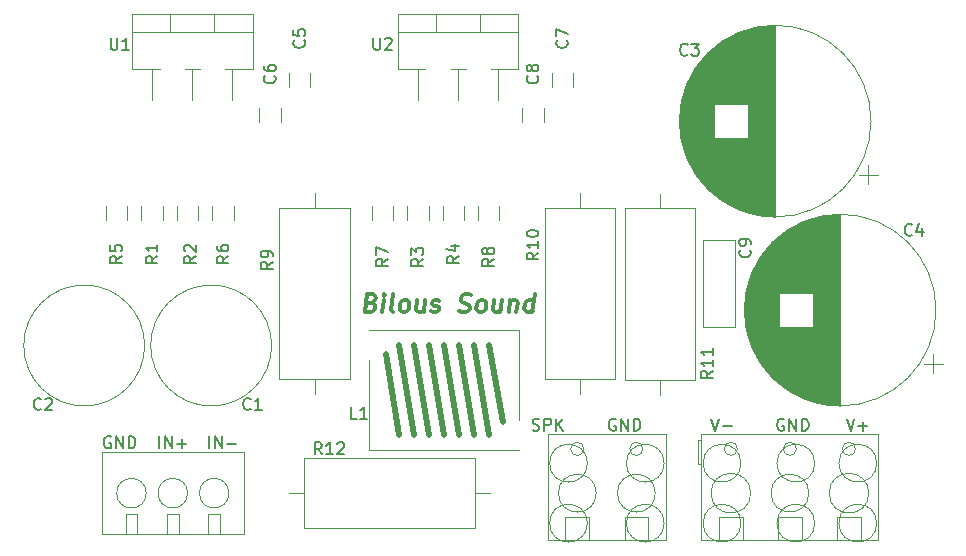
<source format=gbr>
%TF.GenerationSoftware,KiCad,Pcbnew,(5.1.6-0)*%
%TF.CreationDate,2023-05-05T19:20:00-07:00*%
%TF.ProjectId,LM1875x2_SMD_1206,4c4d3138-3735-4783-925f-534d445f3132,rev?*%
%TF.SameCoordinates,Original*%
%TF.FileFunction,Legend,Top*%
%TF.FilePolarity,Positive*%
%FSLAX46Y46*%
G04 Gerber Fmt 4.6, Leading zero omitted, Abs format (unit mm)*
G04 Created by KiCad (PCBNEW (5.1.6-0)) date 2023-05-05 19:20:00*
%MOMM*%
%LPD*%
G01*
G04 APERTURE LIST*
%ADD10C,0.300000*%
%ADD11C,0.150000*%
%ADD12C,0.120000*%
%ADD13C,0.500000*%
G04 APERTURE END LIST*
D10*
X113585000Y-71392857D02*
X113790357Y-71464285D01*
X113852857Y-71535714D01*
X113906428Y-71678571D01*
X113879642Y-71892857D01*
X113790357Y-72035714D01*
X113710000Y-72107142D01*
X113558214Y-72178571D01*
X112986785Y-72178571D01*
X113174285Y-70678571D01*
X113674285Y-70678571D01*
X113808214Y-70750000D01*
X113870714Y-70821428D01*
X113924285Y-70964285D01*
X113906428Y-71107142D01*
X113817142Y-71250000D01*
X113736785Y-71321428D01*
X113585000Y-71392857D01*
X113085000Y-71392857D01*
X114486785Y-72178571D02*
X114611785Y-71178571D01*
X114674285Y-70678571D02*
X114593928Y-70750000D01*
X114656428Y-70821428D01*
X114736785Y-70750000D01*
X114674285Y-70678571D01*
X114656428Y-70821428D01*
X115415357Y-72178571D02*
X115281428Y-72107142D01*
X115227857Y-71964285D01*
X115388571Y-70678571D01*
X116201071Y-72178571D02*
X116067142Y-72107142D01*
X116004642Y-72035714D01*
X115951071Y-71892857D01*
X116004642Y-71464285D01*
X116093928Y-71321428D01*
X116174285Y-71250000D01*
X116326071Y-71178571D01*
X116540357Y-71178571D01*
X116674285Y-71250000D01*
X116736785Y-71321428D01*
X116790357Y-71464285D01*
X116736785Y-71892857D01*
X116647500Y-72035714D01*
X116567142Y-72107142D01*
X116415357Y-72178571D01*
X116201071Y-72178571D01*
X118111785Y-71178571D02*
X117986785Y-72178571D01*
X117468928Y-71178571D02*
X117370714Y-71964285D01*
X117424285Y-72107142D01*
X117558214Y-72178571D01*
X117772500Y-72178571D01*
X117924285Y-72107142D01*
X118004642Y-72035714D01*
X118638571Y-72107142D02*
X118772500Y-72178571D01*
X119058214Y-72178571D01*
X119210000Y-72107142D01*
X119299285Y-71964285D01*
X119308214Y-71892857D01*
X119254642Y-71750000D01*
X119120714Y-71678571D01*
X118906428Y-71678571D01*
X118772500Y-71607142D01*
X118718928Y-71464285D01*
X118727857Y-71392857D01*
X118817142Y-71250000D01*
X118968928Y-71178571D01*
X119183214Y-71178571D01*
X119317142Y-71250000D01*
X120995714Y-72107142D02*
X121201071Y-72178571D01*
X121558214Y-72178571D01*
X121710000Y-72107142D01*
X121790357Y-72035714D01*
X121879642Y-71892857D01*
X121897500Y-71750000D01*
X121843928Y-71607142D01*
X121781428Y-71535714D01*
X121647500Y-71464285D01*
X121370714Y-71392857D01*
X121236785Y-71321428D01*
X121174285Y-71250000D01*
X121120714Y-71107142D01*
X121138571Y-70964285D01*
X121227857Y-70821428D01*
X121308214Y-70750000D01*
X121460000Y-70678571D01*
X121817142Y-70678571D01*
X122022500Y-70750000D01*
X122701071Y-72178571D02*
X122567142Y-72107142D01*
X122504642Y-72035714D01*
X122451071Y-71892857D01*
X122504642Y-71464285D01*
X122593928Y-71321428D01*
X122674285Y-71250000D01*
X122826071Y-71178571D01*
X123040357Y-71178571D01*
X123174285Y-71250000D01*
X123236785Y-71321428D01*
X123290357Y-71464285D01*
X123236785Y-71892857D01*
X123147500Y-72035714D01*
X123067142Y-72107142D01*
X122915357Y-72178571D01*
X122701071Y-72178571D01*
X124611785Y-71178571D02*
X124486785Y-72178571D01*
X123968928Y-71178571D02*
X123870714Y-71964285D01*
X123924285Y-72107142D01*
X124058214Y-72178571D01*
X124272500Y-72178571D01*
X124424285Y-72107142D01*
X124504642Y-72035714D01*
X125326071Y-71178571D02*
X125201071Y-72178571D01*
X125308214Y-71321428D02*
X125388571Y-71250000D01*
X125540357Y-71178571D01*
X125754642Y-71178571D01*
X125888571Y-71250000D01*
X125942142Y-71392857D01*
X125843928Y-72178571D01*
X127201071Y-72178571D02*
X127388571Y-70678571D01*
X127210000Y-72107142D02*
X127058214Y-72178571D01*
X126772500Y-72178571D01*
X126638571Y-72107142D01*
X126576071Y-72035714D01*
X126522500Y-71892857D01*
X126576071Y-71464285D01*
X126665357Y-71321428D01*
X126745714Y-71250000D01*
X126897500Y-71178571D01*
X127183214Y-71178571D01*
X127317142Y-71250000D01*
D11*
X153797619Y-81202380D02*
X154130952Y-82202380D01*
X154464285Y-81202380D01*
X154797619Y-81821428D02*
X155559523Y-81821428D01*
X155178571Y-82202380D02*
X155178571Y-81440476D01*
X142297619Y-81202380D02*
X142630952Y-82202380D01*
X142964285Y-81202380D01*
X143297619Y-81821428D02*
X144059523Y-81821428D01*
X127214285Y-82154761D02*
X127357142Y-82202380D01*
X127595238Y-82202380D01*
X127690476Y-82154761D01*
X127738095Y-82107142D01*
X127785714Y-82011904D01*
X127785714Y-81916666D01*
X127738095Y-81821428D01*
X127690476Y-81773809D01*
X127595238Y-81726190D01*
X127404761Y-81678571D01*
X127309523Y-81630952D01*
X127261904Y-81583333D01*
X127214285Y-81488095D01*
X127214285Y-81392857D01*
X127261904Y-81297619D01*
X127309523Y-81250000D01*
X127404761Y-81202380D01*
X127642857Y-81202380D01*
X127785714Y-81250000D01*
X128214285Y-82202380D02*
X128214285Y-81202380D01*
X128595238Y-81202380D01*
X128690476Y-81250000D01*
X128738095Y-81297619D01*
X128785714Y-81392857D01*
X128785714Y-81535714D01*
X128738095Y-81630952D01*
X128690476Y-81678571D01*
X128595238Y-81726190D01*
X128214285Y-81726190D01*
X129214285Y-82202380D02*
X129214285Y-81202380D01*
X129785714Y-82202380D02*
X129357142Y-81630952D01*
X129785714Y-81202380D02*
X129214285Y-81773809D01*
X99857142Y-83702380D02*
X99857142Y-82702380D01*
X100333333Y-83702380D02*
X100333333Y-82702380D01*
X100904761Y-83702380D01*
X100904761Y-82702380D01*
X101380952Y-83321428D02*
X102142857Y-83321428D01*
X148488095Y-81250000D02*
X148392857Y-81202380D01*
X148250000Y-81202380D01*
X148107142Y-81250000D01*
X148011904Y-81345238D01*
X147964285Y-81440476D01*
X147916666Y-81630952D01*
X147916666Y-81773809D01*
X147964285Y-81964285D01*
X148011904Y-82059523D01*
X148107142Y-82154761D01*
X148250000Y-82202380D01*
X148345238Y-82202380D01*
X148488095Y-82154761D01*
X148535714Y-82107142D01*
X148535714Y-81773809D01*
X148345238Y-81773809D01*
X148964285Y-82202380D02*
X148964285Y-81202380D01*
X149535714Y-82202380D01*
X149535714Y-81202380D01*
X150011904Y-82202380D02*
X150011904Y-81202380D01*
X150250000Y-81202380D01*
X150392857Y-81250000D01*
X150488095Y-81345238D01*
X150535714Y-81440476D01*
X150583333Y-81630952D01*
X150583333Y-81773809D01*
X150535714Y-81964285D01*
X150488095Y-82059523D01*
X150392857Y-82154761D01*
X150250000Y-82202380D01*
X150011904Y-82202380D01*
X134238095Y-81250000D02*
X134142857Y-81202380D01*
X134000000Y-81202380D01*
X133857142Y-81250000D01*
X133761904Y-81345238D01*
X133714285Y-81440476D01*
X133666666Y-81630952D01*
X133666666Y-81773809D01*
X133714285Y-81964285D01*
X133761904Y-82059523D01*
X133857142Y-82154761D01*
X134000000Y-82202380D01*
X134095238Y-82202380D01*
X134238095Y-82154761D01*
X134285714Y-82107142D01*
X134285714Y-81773809D01*
X134095238Y-81773809D01*
X134714285Y-82202380D02*
X134714285Y-81202380D01*
X135285714Y-82202380D01*
X135285714Y-81202380D01*
X135761904Y-82202380D02*
X135761904Y-81202380D01*
X136000000Y-81202380D01*
X136142857Y-81250000D01*
X136238095Y-81345238D01*
X136285714Y-81440476D01*
X136333333Y-81630952D01*
X136333333Y-81773809D01*
X136285714Y-81964285D01*
X136238095Y-82059523D01*
X136142857Y-82154761D01*
X136000000Y-82202380D01*
X135761904Y-82202380D01*
X95607142Y-83702380D02*
X95607142Y-82702380D01*
X96083333Y-83702380D02*
X96083333Y-82702380D01*
X96654761Y-83702380D01*
X96654761Y-82702380D01*
X97130952Y-83321428D02*
X97892857Y-83321428D01*
X97511904Y-83702380D02*
X97511904Y-82940476D01*
X91488095Y-82750000D02*
X91392857Y-82702380D01*
X91250000Y-82702380D01*
X91107142Y-82750000D01*
X91011904Y-82845238D01*
X90964285Y-82940476D01*
X90916666Y-83130952D01*
X90916666Y-83273809D01*
X90964285Y-83464285D01*
X91011904Y-83559523D01*
X91107142Y-83654761D01*
X91250000Y-83702380D01*
X91345238Y-83702380D01*
X91488095Y-83654761D01*
X91535714Y-83607142D01*
X91535714Y-83273809D01*
X91345238Y-83273809D01*
X91964285Y-83702380D02*
X91964285Y-82702380D01*
X92535714Y-83702380D01*
X92535714Y-82702380D01*
X93011904Y-83702380D02*
X93011904Y-82702380D01*
X93250000Y-82702380D01*
X93392857Y-82750000D01*
X93488095Y-82845238D01*
X93535714Y-82940476D01*
X93583333Y-83130952D01*
X93583333Y-83273809D01*
X93535714Y-83464285D01*
X93488095Y-83559523D01*
X93392857Y-83654761D01*
X93250000Y-83702380D01*
X93011904Y-83702380D01*
D12*
%TO.C,C9*%
X144370000Y-66030000D02*
X144370000Y-73470000D01*
X141630000Y-66030000D02*
X141630000Y-73470000D01*
X144370000Y-66030000D02*
X141630000Y-66030000D01*
X144370000Y-73470000D02*
X141630000Y-73470000D01*
%TO.C,J8*%
X151100000Y-84960000D02*
G75*
G03*
X151100000Y-84960000I-1600000J0D01*
G01*
X151100000Y-90040000D02*
G75*
G03*
X151100000Y-90040000I-1600000J0D01*
G01*
%TO.C,J7*%
X131850000Y-84960000D02*
G75*
G03*
X131850000Y-84960000I-1600000J0D01*
G01*
X131850000Y-90040000D02*
G75*
G03*
X131850000Y-90040000I-1600000J0D01*
G01*
%TO.C,J6*%
X144850000Y-84960000D02*
G75*
G03*
X144850000Y-84960000I-1600000J0D01*
G01*
X144850000Y-90040000D02*
G75*
G03*
X144850000Y-90040000I-1600000J0D01*
G01*
%TO.C,J5*%
X138350000Y-84960000D02*
G75*
G03*
X138350000Y-84960000I-1600000J0D01*
G01*
X138350000Y-90040000D02*
G75*
G03*
X138350000Y-90040000I-1600000J0D01*
G01*
%TO.C,J4*%
X156350000Y-84960000D02*
G75*
G03*
X156350000Y-84960000I-1600000J0D01*
G01*
X156350000Y-90040000D02*
G75*
G03*
X156350000Y-90040000I-1600000J0D01*
G01*
%TO.C,L1*%
X113400000Y-76210000D02*
X113400000Y-83830000D01*
X113400000Y-83830000D02*
X126100000Y-83830000D01*
X126100000Y-81290000D02*
X126100000Y-73670000D01*
X126100000Y-73670000D02*
X113400000Y-73670000D01*
D13*
X115940000Y-74940000D02*
X117210000Y-82560000D01*
X117210000Y-74940000D02*
X118480000Y-82560000D01*
X118480000Y-74940000D02*
X119750000Y-82560000D01*
X119750000Y-74940000D02*
X121020000Y-82560000D01*
X121020000Y-74940000D02*
X122290000Y-82560000D01*
X122290000Y-74940000D02*
X123560000Y-82560000D01*
X114800000Y-75750000D02*
X115940000Y-82560000D01*
X123560000Y-74940000D02*
X124750000Y-81500000D01*
D12*
%TO.C,C8*%
X128160000Y-56102064D02*
X128160000Y-54897936D01*
X126340000Y-56102064D02*
X126340000Y-54897936D01*
%TO.C,C7*%
X130660000Y-53102064D02*
X130660000Y-51897936D01*
X128840000Y-53102064D02*
X128840000Y-51897936D01*
%TO.C,C6*%
X105910000Y-56102064D02*
X105910000Y-54897936D01*
X104090000Y-56102064D02*
X104090000Y-54897936D01*
%TO.C,C5*%
X108410000Y-53102064D02*
X108410000Y-51897936D01*
X106590000Y-53102064D02*
X106590000Y-51897936D01*
%TO.C,U2*%
X124300000Y-51571000D02*
X124300000Y-54185000D01*
X120900000Y-51571000D02*
X120900000Y-54185000D01*
X117500000Y-51571000D02*
X117500000Y-54201000D01*
X122750000Y-46930000D02*
X122750000Y-48439000D01*
X119050000Y-46930000D02*
X119050000Y-48439000D01*
X115779000Y-48439000D02*
X126020000Y-48439000D01*
X126020000Y-46930000D02*
X126020000Y-51571000D01*
X115779000Y-46930000D02*
X115779000Y-51571000D01*
X123665000Y-51571000D02*
X126020000Y-51571000D01*
X120265000Y-51571000D02*
X121535000Y-51571000D01*
X115779000Y-51571000D02*
X118135000Y-51571000D01*
X115779000Y-46930000D02*
X126020000Y-46930000D01*
%TO.C,U1*%
X101800000Y-51571000D02*
X101800000Y-54185000D01*
X98400000Y-51571000D02*
X98400000Y-54185000D01*
X95000000Y-51571000D02*
X95000000Y-54201000D01*
X100250000Y-46930000D02*
X100250000Y-48439000D01*
X96550000Y-46930000D02*
X96550000Y-48439000D01*
X93279000Y-48439000D02*
X103520000Y-48439000D01*
X103520000Y-46930000D02*
X103520000Y-51571000D01*
X93279000Y-46930000D02*
X93279000Y-51571000D01*
X101165000Y-51571000D02*
X103520000Y-51571000D01*
X97765000Y-51571000D02*
X99035000Y-51571000D01*
X93279000Y-51571000D02*
X95635000Y-51571000D01*
X93279000Y-46930000D02*
X103520000Y-46930000D01*
%TO.C,R12*%
X106570000Y-87500000D02*
X107820000Y-87500000D01*
X123610000Y-87500000D02*
X122360000Y-87500000D01*
X107820000Y-90470000D02*
X122360000Y-90470000D01*
X107820000Y-84530000D02*
X107820000Y-90470000D01*
X122360000Y-84530000D02*
X107820000Y-84530000D01*
X122360000Y-90470000D02*
X122360000Y-84530000D01*
%TO.C,R11*%
X138000000Y-79180000D02*
X138000000Y-77930000D01*
X138000000Y-62140000D02*
X138000000Y-63390000D01*
X140970000Y-77930000D02*
X140970000Y-63390000D01*
X135030000Y-77930000D02*
X140970000Y-77930000D01*
X135030000Y-63390000D02*
X135030000Y-77930000D01*
X140970000Y-63390000D02*
X135030000Y-63390000D01*
%TO.C,R10*%
X131250000Y-62070000D02*
X131250000Y-63320000D01*
X131250000Y-79110000D02*
X131250000Y-77860000D01*
X128280000Y-63320000D02*
X128280000Y-77860000D01*
X134220000Y-63320000D02*
X128280000Y-63320000D01*
X134220000Y-77860000D02*
X134220000Y-63320000D01*
X128280000Y-77860000D02*
X134220000Y-77860000D01*
%TO.C,R9*%
X108750000Y-62070000D02*
X108750000Y-63320000D01*
X108750000Y-79110000D02*
X108750000Y-77860000D01*
X105780000Y-63320000D02*
X105780000Y-77860000D01*
X111720000Y-63320000D02*
X105780000Y-63320000D01*
X111720000Y-77860000D02*
X111720000Y-63320000D01*
X105780000Y-77860000D02*
X111720000Y-77860000D01*
%TO.C,R8*%
X124410000Y-64352064D02*
X124410000Y-63147936D01*
X122590000Y-64352064D02*
X122590000Y-63147936D01*
%TO.C,R7*%
X115410000Y-64352064D02*
X115410000Y-63147936D01*
X113590000Y-64352064D02*
X113590000Y-63147936D01*
%TO.C,R6*%
X101910000Y-64352064D02*
X101910000Y-63147936D01*
X100090000Y-64352064D02*
X100090000Y-63147936D01*
%TO.C,R5*%
X92910000Y-64352064D02*
X92910000Y-63147936D01*
X91090000Y-64352064D02*
X91090000Y-63147936D01*
%TO.C,R4*%
X119590000Y-63147936D02*
X119590000Y-64352064D01*
X121410000Y-63147936D02*
X121410000Y-64352064D01*
%TO.C,R3*%
X116590000Y-63147936D02*
X116590000Y-64352064D01*
X118410000Y-63147936D02*
X118410000Y-64352064D01*
%TO.C,R2*%
X97090000Y-63147936D02*
X97090000Y-64352064D01*
X98910000Y-63147936D02*
X98910000Y-64352064D01*
%TO.C,R1*%
X94090000Y-63147936D02*
X94090000Y-64352064D01*
X95910000Y-63147936D02*
X95910000Y-64352064D01*
%TO.C,J3*%
X141500000Y-82500000D02*
X156500000Y-82500000D01*
X156500000Y-82500000D02*
X156500000Y-91500000D01*
X141500000Y-82500000D02*
X141500000Y-91500000D01*
X141500000Y-91500000D02*
X156500000Y-91500000D01*
X155677051Y-87500000D02*
G75*
G03*
X155677051Y-87500000I-1677051J0D01*
G01*
X150600781Y-87500000D02*
G75*
G03*
X150600781Y-87500000I-1600781J0D01*
G01*
X145677051Y-87500000D02*
G75*
G03*
X145677051Y-87500000I-1677051J0D01*
G01*
X144559017Y-83750000D02*
G75*
G03*
X144559017Y-83750000I-559017J0D01*
G01*
X149559017Y-83750000D02*
G75*
G03*
X149559017Y-83750000I-559017J0D01*
G01*
X154559017Y-83750000D02*
G75*
G03*
X154559017Y-83750000I-559017J0D01*
G01*
X153000000Y-89500000D02*
X155000000Y-89500000D01*
X155000000Y-89500000D02*
X155000000Y-91500000D01*
X153000000Y-89500000D02*
X153000000Y-91500000D01*
X148000000Y-89500000D02*
X150000000Y-89500000D01*
X143000000Y-89500000D02*
X145000000Y-89500000D01*
X148000000Y-89500000D02*
X148000000Y-91500000D01*
X150000000Y-89500000D02*
X150000000Y-91500000D01*
X145000000Y-89500000D02*
X145000000Y-91500000D01*
X143000000Y-89500000D02*
X143000000Y-91500000D01*
X141500000Y-83000000D02*
X141250000Y-83000000D01*
X141250000Y-83000000D02*
X141250000Y-85000000D01*
X141250000Y-85000000D02*
X141500000Y-85000000D01*
%TO.C,J2*%
X137000000Y-89500000D02*
X137000000Y-91500000D01*
X135000000Y-89500000D02*
X137000000Y-89500000D01*
X135000000Y-89500000D02*
X135000000Y-91500000D01*
X132000000Y-89500000D02*
X132000000Y-91500000D01*
X130000000Y-89500000D02*
X132000000Y-89500000D01*
X130000000Y-91500000D02*
X130000000Y-89500000D01*
X136559017Y-83750000D02*
G75*
G03*
X136559017Y-83750000I-559017J0D01*
G01*
X131559017Y-83750000D02*
G75*
G03*
X131559017Y-83750000I-559017J0D01*
G01*
X132600781Y-87500000D02*
G75*
G03*
X132600781Y-87500000I-1600781J0D01*
G01*
X137600781Y-87500000D02*
G75*
G03*
X137600781Y-87500000I-1600781J0D01*
G01*
X128500000Y-91500000D02*
X128500000Y-82500000D01*
X138500000Y-91500000D02*
X128500000Y-91500000D01*
X138500000Y-82500000D02*
X138500000Y-91500000D01*
X128500000Y-82500000D02*
X138500000Y-82500000D01*
%TO.C,J1*%
X102750000Y-84000000D02*
X102750000Y-91000000D01*
X90750000Y-84000000D02*
X90750000Y-91000000D01*
X102750000Y-91000000D02*
X90750000Y-91000000D01*
X102750000Y-84000000D02*
X90750000Y-84000000D01*
X101500000Y-87500000D02*
G75*
G03*
X101500000Y-87500000I-1250000J0D01*
G01*
X98000000Y-87500000D02*
G75*
G03*
X98000000Y-87500000I-1250000J0D01*
G01*
X94500000Y-87500000D02*
G75*
G03*
X94500000Y-87500000I-1250000J0D01*
G01*
X92750000Y-89250000D02*
X93750000Y-89250000D01*
X93750000Y-89250000D02*
X93750000Y-91000000D01*
X92750000Y-89250000D02*
X92750000Y-91000000D01*
X96250000Y-91000000D02*
X96250000Y-89250000D01*
X96250000Y-89250000D02*
X97250000Y-89250000D01*
X97250000Y-89250000D02*
X97250000Y-91000000D01*
X99750000Y-91000000D02*
X99750000Y-89250000D01*
X99750000Y-89250000D02*
X100750000Y-89250000D01*
X100750000Y-89250000D02*
X100750000Y-91000000D01*
%TO.C,C4*%
X161139491Y-77355000D02*
X161139491Y-75755000D01*
X161939491Y-76555000D02*
X160339491Y-76555000D01*
X145169000Y-72765000D02*
X145169000Y-71235000D01*
X145209000Y-73098000D02*
X145209000Y-70902000D01*
X145249000Y-73351000D02*
X145249000Y-70649000D01*
X145289000Y-73564000D02*
X145289000Y-70436000D01*
X145329000Y-73752000D02*
X145329000Y-70248000D01*
X145369000Y-73920000D02*
X145369000Y-70080000D01*
X145409000Y-74074000D02*
X145409000Y-69926000D01*
X145449000Y-74218000D02*
X145449000Y-69782000D01*
X145489000Y-74351000D02*
X145489000Y-69649000D01*
X145529000Y-74478000D02*
X145529000Y-69522000D01*
X145569000Y-74597000D02*
X145569000Y-69403000D01*
X145609000Y-74711000D02*
X145609000Y-69289000D01*
X145649000Y-74820000D02*
X145649000Y-69180000D01*
X145689000Y-74924000D02*
X145689000Y-69076000D01*
X145729000Y-75024000D02*
X145729000Y-68976000D01*
X145769000Y-75120000D02*
X145769000Y-68880000D01*
X145809000Y-75213000D02*
X145809000Y-68787000D01*
X145849000Y-75303000D02*
X145849000Y-68697000D01*
X145889000Y-75390000D02*
X145889000Y-68610000D01*
X145929000Y-75475000D02*
X145929000Y-68525000D01*
X145969000Y-75557000D02*
X145969000Y-68443000D01*
X146009000Y-75637000D02*
X146009000Y-68363000D01*
X146049000Y-75715000D02*
X146049000Y-68285000D01*
X146089000Y-75790000D02*
X146089000Y-68210000D01*
X146129000Y-75864000D02*
X146129000Y-68136000D01*
X146169000Y-75936000D02*
X146169000Y-68064000D01*
X146209000Y-76007000D02*
X146209000Y-67993000D01*
X146249000Y-76076000D02*
X146249000Y-67924000D01*
X146289000Y-76143000D02*
X146289000Y-67857000D01*
X146329000Y-76209000D02*
X146329000Y-67791000D01*
X146369000Y-76273000D02*
X146369000Y-67727000D01*
X146409000Y-76336000D02*
X146409000Y-67664000D01*
X146449000Y-76398000D02*
X146449000Y-67602000D01*
X146489000Y-76459000D02*
X146489000Y-67541000D01*
X146529000Y-76519000D02*
X146529000Y-67481000D01*
X146569000Y-76577000D02*
X146569000Y-67423000D01*
X146609000Y-76634000D02*
X146609000Y-67366000D01*
X146649000Y-76691000D02*
X146649000Y-67309000D01*
X146689000Y-76746000D02*
X146689000Y-67254000D01*
X146729000Y-76800000D02*
X146729000Y-67200000D01*
X146769000Y-76854000D02*
X146769000Y-67146000D01*
X146809000Y-76906000D02*
X146809000Y-67094000D01*
X146849000Y-76958000D02*
X146849000Y-67042000D01*
X146889000Y-77009000D02*
X146889000Y-66991000D01*
X146929000Y-77059000D02*
X146929000Y-66941000D01*
X146969000Y-77108000D02*
X146969000Y-66892000D01*
X147009000Y-77156000D02*
X147009000Y-66844000D01*
X147049000Y-77204000D02*
X147049000Y-66796000D01*
X147089000Y-77251000D02*
X147089000Y-66749000D01*
X147129000Y-77297000D02*
X147129000Y-66703000D01*
X147169000Y-77343000D02*
X147169000Y-66657000D01*
X147209000Y-77388000D02*
X147209000Y-66612000D01*
X147249000Y-77432000D02*
X147249000Y-66568000D01*
X147289000Y-77475000D02*
X147289000Y-66525000D01*
X147329000Y-77518000D02*
X147329000Y-66482000D01*
X147369000Y-77560000D02*
X147369000Y-66440000D01*
X147409000Y-77602000D02*
X147409000Y-66398000D01*
X147449000Y-77643000D02*
X147449000Y-66357000D01*
X147489000Y-77684000D02*
X147489000Y-66316000D01*
X147529000Y-77724000D02*
X147529000Y-66276000D01*
X147569000Y-77763000D02*
X147569000Y-66237000D01*
X147609000Y-77802000D02*
X147609000Y-66198000D01*
X147649000Y-77840000D02*
X147649000Y-66160000D01*
X147689000Y-77878000D02*
X147689000Y-66122000D01*
X147729000Y-77916000D02*
X147729000Y-66084000D01*
X147769000Y-77952000D02*
X147769000Y-66048000D01*
X147809000Y-77989000D02*
X147809000Y-66011000D01*
X147849000Y-78025000D02*
X147849000Y-65975000D01*
X147889000Y-78060000D02*
X147889000Y-65940000D01*
X147929000Y-78095000D02*
X147929000Y-65905000D01*
X147969000Y-78129000D02*
X147969000Y-65871000D01*
X148009000Y-78163000D02*
X148009000Y-65837000D01*
X148049000Y-78197000D02*
X148049000Y-65803000D01*
X148089000Y-70560000D02*
X148089000Y-65770000D01*
X148089000Y-78230000D02*
X148089000Y-73440000D01*
X148129000Y-70560000D02*
X148129000Y-65737000D01*
X148129000Y-78263000D02*
X148129000Y-73440000D01*
X148169000Y-70560000D02*
X148169000Y-65705000D01*
X148169000Y-78295000D02*
X148169000Y-73440000D01*
X148209000Y-70560000D02*
X148209000Y-65673000D01*
X148209000Y-78327000D02*
X148209000Y-73440000D01*
X148249000Y-70560000D02*
X148249000Y-65642000D01*
X148249000Y-78358000D02*
X148249000Y-73440000D01*
X148289000Y-70560000D02*
X148289000Y-65610000D01*
X148289000Y-78390000D02*
X148289000Y-73440000D01*
X148329000Y-70560000D02*
X148329000Y-65580000D01*
X148329000Y-78420000D02*
X148329000Y-73440000D01*
X148369000Y-70560000D02*
X148369000Y-65550000D01*
X148369000Y-78450000D02*
X148369000Y-73440000D01*
X148409000Y-70560000D02*
X148409000Y-65520000D01*
X148409000Y-78480000D02*
X148409000Y-73440000D01*
X148449000Y-70560000D02*
X148449000Y-65490000D01*
X148449000Y-78510000D02*
X148449000Y-73440000D01*
X148489000Y-70560000D02*
X148489000Y-65461000D01*
X148489000Y-78539000D02*
X148489000Y-73440000D01*
X148529000Y-70560000D02*
X148529000Y-65432000D01*
X148529000Y-78568000D02*
X148529000Y-73440000D01*
X148569000Y-70560000D02*
X148569000Y-65404000D01*
X148569000Y-78596000D02*
X148569000Y-73440000D01*
X148609000Y-70560000D02*
X148609000Y-65376000D01*
X148609000Y-78624000D02*
X148609000Y-73440000D01*
X148649000Y-70560000D02*
X148649000Y-65348000D01*
X148649000Y-78652000D02*
X148649000Y-73440000D01*
X148689000Y-70560000D02*
X148689000Y-65321000D01*
X148689000Y-78679000D02*
X148689000Y-73440000D01*
X148729000Y-70560000D02*
X148729000Y-65294000D01*
X148729000Y-78706000D02*
X148729000Y-73440000D01*
X148769000Y-70560000D02*
X148769000Y-65267000D01*
X148769000Y-78733000D02*
X148769000Y-73440000D01*
X148809000Y-70560000D02*
X148809000Y-65241000D01*
X148809000Y-78759000D02*
X148809000Y-73440000D01*
X148849000Y-70560000D02*
X148849000Y-65215000D01*
X148849000Y-78785000D02*
X148849000Y-73440000D01*
X148889000Y-70560000D02*
X148889000Y-65189000D01*
X148889000Y-78811000D02*
X148889000Y-73440000D01*
X148929000Y-70560000D02*
X148929000Y-65164000D01*
X148929000Y-78836000D02*
X148929000Y-73440000D01*
X148969000Y-70560000D02*
X148969000Y-65139000D01*
X148969000Y-78861000D02*
X148969000Y-73440000D01*
X149009000Y-70560000D02*
X149009000Y-65114000D01*
X149009000Y-78886000D02*
X149009000Y-73440000D01*
X149049000Y-70560000D02*
X149049000Y-65090000D01*
X149049000Y-78910000D02*
X149049000Y-73440000D01*
X149089000Y-70560000D02*
X149089000Y-65066000D01*
X149089000Y-78934000D02*
X149089000Y-73440000D01*
X149129000Y-70560000D02*
X149129000Y-65042000D01*
X149129000Y-78958000D02*
X149129000Y-73440000D01*
X149169000Y-70560000D02*
X149169000Y-65019000D01*
X149169000Y-78981000D02*
X149169000Y-73440000D01*
X149209000Y-70560000D02*
X149209000Y-64996000D01*
X149209000Y-79004000D02*
X149209000Y-73440000D01*
X149249000Y-70560000D02*
X149249000Y-64973000D01*
X149249000Y-79027000D02*
X149249000Y-73440000D01*
X149289000Y-70560000D02*
X149289000Y-64951000D01*
X149289000Y-79049000D02*
X149289000Y-73440000D01*
X149329000Y-70560000D02*
X149329000Y-64928000D01*
X149329000Y-79072000D02*
X149329000Y-73440000D01*
X149369000Y-70560000D02*
X149369000Y-64906000D01*
X149369000Y-79094000D02*
X149369000Y-73440000D01*
X149409000Y-70560000D02*
X149409000Y-64885000D01*
X149409000Y-79115000D02*
X149409000Y-73440000D01*
X149449000Y-70560000D02*
X149449000Y-64864000D01*
X149449000Y-79136000D02*
X149449000Y-73440000D01*
X149489000Y-70560000D02*
X149489000Y-64843000D01*
X149489000Y-79157000D02*
X149489000Y-73440000D01*
X149529000Y-70560000D02*
X149529000Y-64822000D01*
X149529000Y-79178000D02*
X149529000Y-73440000D01*
X149569000Y-70560000D02*
X149569000Y-64801000D01*
X149569000Y-79199000D02*
X149569000Y-73440000D01*
X149609000Y-70560000D02*
X149609000Y-64781000D01*
X149609000Y-79219000D02*
X149609000Y-73440000D01*
X149649000Y-70560000D02*
X149649000Y-64761000D01*
X149649000Y-79239000D02*
X149649000Y-73440000D01*
X149689000Y-70560000D02*
X149689000Y-64742000D01*
X149689000Y-79258000D02*
X149689000Y-73440000D01*
X149729000Y-70560000D02*
X149729000Y-64722000D01*
X149729000Y-79278000D02*
X149729000Y-73440000D01*
X149769000Y-70560000D02*
X149769000Y-64703000D01*
X149769000Y-79297000D02*
X149769000Y-73440000D01*
X149809000Y-70560000D02*
X149809000Y-64684000D01*
X149809000Y-79316000D02*
X149809000Y-73440000D01*
X149849000Y-70560000D02*
X149849000Y-64666000D01*
X149849000Y-79334000D02*
X149849000Y-73440000D01*
X149889000Y-70560000D02*
X149889000Y-64647000D01*
X149889000Y-79353000D02*
X149889000Y-73440000D01*
X149929000Y-70560000D02*
X149929000Y-64629000D01*
X149929000Y-79371000D02*
X149929000Y-73440000D01*
X149969000Y-70560000D02*
X149969000Y-64611000D01*
X149969000Y-79389000D02*
X149969000Y-73440000D01*
X150009000Y-70560000D02*
X150009000Y-64594000D01*
X150009000Y-79406000D02*
X150009000Y-73440000D01*
X150049000Y-70560000D02*
X150049000Y-64577000D01*
X150049000Y-79423000D02*
X150049000Y-73440000D01*
X150089000Y-70560000D02*
X150089000Y-64560000D01*
X150089000Y-79440000D02*
X150089000Y-73440000D01*
X150129000Y-70560000D02*
X150129000Y-64543000D01*
X150129000Y-79457000D02*
X150129000Y-73440000D01*
X150169000Y-70560000D02*
X150169000Y-64526000D01*
X150169000Y-79474000D02*
X150169000Y-73440000D01*
X150209000Y-70560000D02*
X150209000Y-64510000D01*
X150209000Y-79490000D02*
X150209000Y-73440000D01*
X150249000Y-70560000D02*
X150249000Y-64494000D01*
X150249000Y-79506000D02*
X150249000Y-73440000D01*
X150289000Y-70560000D02*
X150289000Y-64478000D01*
X150289000Y-79522000D02*
X150289000Y-73440000D01*
X150329000Y-70560000D02*
X150329000Y-64463000D01*
X150329000Y-79537000D02*
X150329000Y-73440000D01*
X150369000Y-70560000D02*
X150369000Y-64447000D01*
X150369000Y-79553000D02*
X150369000Y-73440000D01*
X150409000Y-70560000D02*
X150409000Y-64432000D01*
X150409000Y-79568000D02*
X150409000Y-73440000D01*
X150449000Y-70560000D02*
X150449000Y-64418000D01*
X150449000Y-79582000D02*
X150449000Y-73440000D01*
X150489000Y-70560000D02*
X150489000Y-64403000D01*
X150489000Y-79597000D02*
X150489000Y-73440000D01*
X150529000Y-70560000D02*
X150529000Y-64389000D01*
X150529000Y-79611000D02*
X150529000Y-73440000D01*
X150569000Y-70560000D02*
X150569000Y-64375000D01*
X150569000Y-79625000D02*
X150569000Y-73440000D01*
X150609000Y-70560000D02*
X150609000Y-64361000D01*
X150609000Y-79639000D02*
X150609000Y-73440000D01*
X150649000Y-70560000D02*
X150649000Y-64347000D01*
X150649000Y-79653000D02*
X150649000Y-73440000D01*
X150689000Y-70560000D02*
X150689000Y-64334000D01*
X150689000Y-79666000D02*
X150689000Y-73440000D01*
X150729000Y-70560000D02*
X150729000Y-64320000D01*
X150729000Y-79680000D02*
X150729000Y-73440000D01*
X150769000Y-70560000D02*
X150769000Y-64307000D01*
X150769000Y-79693000D02*
X150769000Y-73440000D01*
X150809000Y-70560000D02*
X150809000Y-64295000D01*
X150809000Y-79705000D02*
X150809000Y-73440000D01*
X150849000Y-70560000D02*
X150849000Y-64282000D01*
X150849000Y-79718000D02*
X150849000Y-73440000D01*
X150889000Y-70560000D02*
X150889000Y-64270000D01*
X150889000Y-79730000D02*
X150889000Y-73440000D01*
X150929000Y-70560000D02*
X150929000Y-64258000D01*
X150929000Y-79742000D02*
X150929000Y-73440000D01*
X150969000Y-79754000D02*
X150969000Y-64246000D01*
X151009000Y-79765000D02*
X151009000Y-64235000D01*
X151049000Y-79777000D02*
X151049000Y-64223000D01*
X151089000Y-79788000D02*
X151089000Y-64212000D01*
X151129000Y-79799000D02*
X151129000Y-64201000D01*
X151169000Y-79810000D02*
X151169000Y-64190000D01*
X151209000Y-79820000D02*
X151209000Y-64180000D01*
X151249000Y-79830000D02*
X151249000Y-64170000D01*
X151289000Y-79840000D02*
X151289000Y-64160000D01*
X151329000Y-79850000D02*
X151329000Y-64150000D01*
X151369000Y-79860000D02*
X151369000Y-64140000D01*
X151409000Y-79869000D02*
X151409000Y-64131000D01*
X151449000Y-79878000D02*
X151449000Y-64122000D01*
X151489000Y-79887000D02*
X151489000Y-64113000D01*
X151529000Y-79896000D02*
X151529000Y-64104000D01*
X151569000Y-79905000D02*
X151569000Y-64095000D01*
X151609000Y-79913000D02*
X151609000Y-64087000D01*
X151649000Y-79921000D02*
X151649000Y-64079000D01*
X151689000Y-79929000D02*
X151689000Y-64071000D01*
X151729000Y-79937000D02*
X151729000Y-64063000D01*
X151769000Y-79944000D02*
X151769000Y-64056000D01*
X151809000Y-79952000D02*
X151809000Y-64048000D01*
X151849000Y-79959000D02*
X151849000Y-64041000D01*
X151889000Y-79966000D02*
X151889000Y-64034000D01*
X151929000Y-79972000D02*
X151929000Y-64028000D01*
X151969000Y-79979000D02*
X151969000Y-64021000D01*
X152009000Y-79985000D02*
X152009000Y-64015000D01*
X152049000Y-79991000D02*
X152049000Y-64009000D01*
X152089000Y-79997000D02*
X152089000Y-64003000D01*
X152129000Y-80003000D02*
X152129000Y-63997000D01*
X152169000Y-80008000D02*
X152169000Y-63992000D01*
X152209000Y-80014000D02*
X152209000Y-63986000D01*
X152249000Y-80019000D02*
X152249000Y-63981000D01*
X152289000Y-80024000D02*
X152289000Y-63976000D01*
X152329000Y-80028000D02*
X152329000Y-63972000D01*
X152369000Y-80033000D02*
X152369000Y-63967000D01*
X152409000Y-80037000D02*
X152409000Y-63963000D01*
X152449000Y-80041000D02*
X152449000Y-63959000D01*
X152489000Y-80045000D02*
X152489000Y-63955000D01*
X152529000Y-80049000D02*
X152529000Y-63951000D01*
X152570000Y-80052000D02*
X152570000Y-63948000D01*
X152610000Y-80055000D02*
X152610000Y-63945000D01*
X152650000Y-80058000D02*
X152650000Y-63942000D01*
X152690000Y-80061000D02*
X152690000Y-63939000D01*
X152730000Y-80064000D02*
X152730000Y-63936000D01*
X152770000Y-80066000D02*
X152770000Y-63934000D01*
X152810000Y-80069000D02*
X152810000Y-63931000D01*
X152850000Y-80071000D02*
X152850000Y-63929000D01*
X152890000Y-80073000D02*
X152890000Y-63927000D01*
X152930000Y-80074000D02*
X152930000Y-63926000D01*
X152970000Y-80076000D02*
X152970000Y-63924000D01*
X153010000Y-80077000D02*
X153010000Y-63923000D01*
X153050000Y-80078000D02*
X153050000Y-63922000D01*
X153090000Y-80079000D02*
X153090000Y-63921000D01*
X153130000Y-80080000D02*
X153130000Y-63920000D01*
X153170000Y-80080000D02*
X153170000Y-63920000D01*
X153210000Y-80080000D02*
X153210000Y-63920000D01*
X153250000Y-80081000D02*
X153250000Y-63919000D01*
X161370000Y-72000000D02*
G75*
G03*
X161370000Y-72000000I-8120000J0D01*
G01*
%TO.C,C3*%
X155639491Y-61355000D02*
X155639491Y-59755000D01*
X156439491Y-60555000D02*
X154839491Y-60555000D01*
X139669000Y-56765000D02*
X139669000Y-55235000D01*
X139709000Y-57098000D02*
X139709000Y-54902000D01*
X139749000Y-57351000D02*
X139749000Y-54649000D01*
X139789000Y-57564000D02*
X139789000Y-54436000D01*
X139829000Y-57752000D02*
X139829000Y-54248000D01*
X139869000Y-57920000D02*
X139869000Y-54080000D01*
X139909000Y-58074000D02*
X139909000Y-53926000D01*
X139949000Y-58218000D02*
X139949000Y-53782000D01*
X139989000Y-58351000D02*
X139989000Y-53649000D01*
X140029000Y-58478000D02*
X140029000Y-53522000D01*
X140069000Y-58597000D02*
X140069000Y-53403000D01*
X140109000Y-58711000D02*
X140109000Y-53289000D01*
X140149000Y-58820000D02*
X140149000Y-53180000D01*
X140189000Y-58924000D02*
X140189000Y-53076000D01*
X140229000Y-59024000D02*
X140229000Y-52976000D01*
X140269000Y-59120000D02*
X140269000Y-52880000D01*
X140309000Y-59213000D02*
X140309000Y-52787000D01*
X140349000Y-59303000D02*
X140349000Y-52697000D01*
X140389000Y-59390000D02*
X140389000Y-52610000D01*
X140429000Y-59475000D02*
X140429000Y-52525000D01*
X140469000Y-59557000D02*
X140469000Y-52443000D01*
X140509000Y-59637000D02*
X140509000Y-52363000D01*
X140549000Y-59715000D02*
X140549000Y-52285000D01*
X140589000Y-59790000D02*
X140589000Y-52210000D01*
X140629000Y-59864000D02*
X140629000Y-52136000D01*
X140669000Y-59936000D02*
X140669000Y-52064000D01*
X140709000Y-60007000D02*
X140709000Y-51993000D01*
X140749000Y-60076000D02*
X140749000Y-51924000D01*
X140789000Y-60143000D02*
X140789000Y-51857000D01*
X140829000Y-60209000D02*
X140829000Y-51791000D01*
X140869000Y-60273000D02*
X140869000Y-51727000D01*
X140909000Y-60336000D02*
X140909000Y-51664000D01*
X140949000Y-60398000D02*
X140949000Y-51602000D01*
X140989000Y-60459000D02*
X140989000Y-51541000D01*
X141029000Y-60519000D02*
X141029000Y-51481000D01*
X141069000Y-60577000D02*
X141069000Y-51423000D01*
X141109000Y-60634000D02*
X141109000Y-51366000D01*
X141149000Y-60691000D02*
X141149000Y-51309000D01*
X141189000Y-60746000D02*
X141189000Y-51254000D01*
X141229000Y-60800000D02*
X141229000Y-51200000D01*
X141269000Y-60854000D02*
X141269000Y-51146000D01*
X141309000Y-60906000D02*
X141309000Y-51094000D01*
X141349000Y-60958000D02*
X141349000Y-51042000D01*
X141389000Y-61009000D02*
X141389000Y-50991000D01*
X141429000Y-61059000D02*
X141429000Y-50941000D01*
X141469000Y-61108000D02*
X141469000Y-50892000D01*
X141509000Y-61156000D02*
X141509000Y-50844000D01*
X141549000Y-61204000D02*
X141549000Y-50796000D01*
X141589000Y-61251000D02*
X141589000Y-50749000D01*
X141629000Y-61297000D02*
X141629000Y-50703000D01*
X141669000Y-61343000D02*
X141669000Y-50657000D01*
X141709000Y-61388000D02*
X141709000Y-50612000D01*
X141749000Y-61432000D02*
X141749000Y-50568000D01*
X141789000Y-61475000D02*
X141789000Y-50525000D01*
X141829000Y-61518000D02*
X141829000Y-50482000D01*
X141869000Y-61560000D02*
X141869000Y-50440000D01*
X141909000Y-61602000D02*
X141909000Y-50398000D01*
X141949000Y-61643000D02*
X141949000Y-50357000D01*
X141989000Y-61684000D02*
X141989000Y-50316000D01*
X142029000Y-61724000D02*
X142029000Y-50276000D01*
X142069000Y-61763000D02*
X142069000Y-50237000D01*
X142109000Y-61802000D02*
X142109000Y-50198000D01*
X142149000Y-61840000D02*
X142149000Y-50160000D01*
X142189000Y-61878000D02*
X142189000Y-50122000D01*
X142229000Y-61916000D02*
X142229000Y-50084000D01*
X142269000Y-61952000D02*
X142269000Y-50048000D01*
X142309000Y-61989000D02*
X142309000Y-50011000D01*
X142349000Y-62025000D02*
X142349000Y-49975000D01*
X142389000Y-62060000D02*
X142389000Y-49940000D01*
X142429000Y-62095000D02*
X142429000Y-49905000D01*
X142469000Y-62129000D02*
X142469000Y-49871000D01*
X142509000Y-62163000D02*
X142509000Y-49837000D01*
X142549000Y-62197000D02*
X142549000Y-49803000D01*
X142589000Y-54560000D02*
X142589000Y-49770000D01*
X142589000Y-62230000D02*
X142589000Y-57440000D01*
X142629000Y-54560000D02*
X142629000Y-49737000D01*
X142629000Y-62263000D02*
X142629000Y-57440000D01*
X142669000Y-54560000D02*
X142669000Y-49705000D01*
X142669000Y-62295000D02*
X142669000Y-57440000D01*
X142709000Y-54560000D02*
X142709000Y-49673000D01*
X142709000Y-62327000D02*
X142709000Y-57440000D01*
X142749000Y-54560000D02*
X142749000Y-49642000D01*
X142749000Y-62358000D02*
X142749000Y-57440000D01*
X142789000Y-54560000D02*
X142789000Y-49610000D01*
X142789000Y-62390000D02*
X142789000Y-57440000D01*
X142829000Y-54560000D02*
X142829000Y-49580000D01*
X142829000Y-62420000D02*
X142829000Y-57440000D01*
X142869000Y-54560000D02*
X142869000Y-49550000D01*
X142869000Y-62450000D02*
X142869000Y-57440000D01*
X142909000Y-54560000D02*
X142909000Y-49520000D01*
X142909000Y-62480000D02*
X142909000Y-57440000D01*
X142949000Y-54560000D02*
X142949000Y-49490000D01*
X142949000Y-62510000D02*
X142949000Y-57440000D01*
X142989000Y-54560000D02*
X142989000Y-49461000D01*
X142989000Y-62539000D02*
X142989000Y-57440000D01*
X143029000Y-54560000D02*
X143029000Y-49432000D01*
X143029000Y-62568000D02*
X143029000Y-57440000D01*
X143069000Y-54560000D02*
X143069000Y-49404000D01*
X143069000Y-62596000D02*
X143069000Y-57440000D01*
X143109000Y-54560000D02*
X143109000Y-49376000D01*
X143109000Y-62624000D02*
X143109000Y-57440000D01*
X143149000Y-54560000D02*
X143149000Y-49348000D01*
X143149000Y-62652000D02*
X143149000Y-57440000D01*
X143189000Y-54560000D02*
X143189000Y-49321000D01*
X143189000Y-62679000D02*
X143189000Y-57440000D01*
X143229000Y-54560000D02*
X143229000Y-49294000D01*
X143229000Y-62706000D02*
X143229000Y-57440000D01*
X143269000Y-54560000D02*
X143269000Y-49267000D01*
X143269000Y-62733000D02*
X143269000Y-57440000D01*
X143309000Y-54560000D02*
X143309000Y-49241000D01*
X143309000Y-62759000D02*
X143309000Y-57440000D01*
X143349000Y-54560000D02*
X143349000Y-49215000D01*
X143349000Y-62785000D02*
X143349000Y-57440000D01*
X143389000Y-54560000D02*
X143389000Y-49189000D01*
X143389000Y-62811000D02*
X143389000Y-57440000D01*
X143429000Y-54560000D02*
X143429000Y-49164000D01*
X143429000Y-62836000D02*
X143429000Y-57440000D01*
X143469000Y-54560000D02*
X143469000Y-49139000D01*
X143469000Y-62861000D02*
X143469000Y-57440000D01*
X143509000Y-54560000D02*
X143509000Y-49114000D01*
X143509000Y-62886000D02*
X143509000Y-57440000D01*
X143549000Y-54560000D02*
X143549000Y-49090000D01*
X143549000Y-62910000D02*
X143549000Y-57440000D01*
X143589000Y-54560000D02*
X143589000Y-49066000D01*
X143589000Y-62934000D02*
X143589000Y-57440000D01*
X143629000Y-54560000D02*
X143629000Y-49042000D01*
X143629000Y-62958000D02*
X143629000Y-57440000D01*
X143669000Y-54560000D02*
X143669000Y-49019000D01*
X143669000Y-62981000D02*
X143669000Y-57440000D01*
X143709000Y-54560000D02*
X143709000Y-48996000D01*
X143709000Y-63004000D02*
X143709000Y-57440000D01*
X143749000Y-54560000D02*
X143749000Y-48973000D01*
X143749000Y-63027000D02*
X143749000Y-57440000D01*
X143789000Y-54560000D02*
X143789000Y-48951000D01*
X143789000Y-63049000D02*
X143789000Y-57440000D01*
X143829000Y-54560000D02*
X143829000Y-48928000D01*
X143829000Y-63072000D02*
X143829000Y-57440000D01*
X143869000Y-54560000D02*
X143869000Y-48906000D01*
X143869000Y-63094000D02*
X143869000Y-57440000D01*
X143909000Y-54560000D02*
X143909000Y-48885000D01*
X143909000Y-63115000D02*
X143909000Y-57440000D01*
X143949000Y-54560000D02*
X143949000Y-48864000D01*
X143949000Y-63136000D02*
X143949000Y-57440000D01*
X143989000Y-54560000D02*
X143989000Y-48843000D01*
X143989000Y-63157000D02*
X143989000Y-57440000D01*
X144029000Y-54560000D02*
X144029000Y-48822000D01*
X144029000Y-63178000D02*
X144029000Y-57440000D01*
X144069000Y-54560000D02*
X144069000Y-48801000D01*
X144069000Y-63199000D02*
X144069000Y-57440000D01*
X144109000Y-54560000D02*
X144109000Y-48781000D01*
X144109000Y-63219000D02*
X144109000Y-57440000D01*
X144149000Y-54560000D02*
X144149000Y-48761000D01*
X144149000Y-63239000D02*
X144149000Y-57440000D01*
X144189000Y-54560000D02*
X144189000Y-48742000D01*
X144189000Y-63258000D02*
X144189000Y-57440000D01*
X144229000Y-54560000D02*
X144229000Y-48722000D01*
X144229000Y-63278000D02*
X144229000Y-57440000D01*
X144269000Y-54560000D02*
X144269000Y-48703000D01*
X144269000Y-63297000D02*
X144269000Y-57440000D01*
X144309000Y-54560000D02*
X144309000Y-48684000D01*
X144309000Y-63316000D02*
X144309000Y-57440000D01*
X144349000Y-54560000D02*
X144349000Y-48666000D01*
X144349000Y-63334000D02*
X144349000Y-57440000D01*
X144389000Y-54560000D02*
X144389000Y-48647000D01*
X144389000Y-63353000D02*
X144389000Y-57440000D01*
X144429000Y-54560000D02*
X144429000Y-48629000D01*
X144429000Y-63371000D02*
X144429000Y-57440000D01*
X144469000Y-54560000D02*
X144469000Y-48611000D01*
X144469000Y-63389000D02*
X144469000Y-57440000D01*
X144509000Y-54560000D02*
X144509000Y-48594000D01*
X144509000Y-63406000D02*
X144509000Y-57440000D01*
X144549000Y-54560000D02*
X144549000Y-48577000D01*
X144549000Y-63423000D02*
X144549000Y-57440000D01*
X144589000Y-54560000D02*
X144589000Y-48560000D01*
X144589000Y-63440000D02*
X144589000Y-57440000D01*
X144629000Y-54560000D02*
X144629000Y-48543000D01*
X144629000Y-63457000D02*
X144629000Y-57440000D01*
X144669000Y-54560000D02*
X144669000Y-48526000D01*
X144669000Y-63474000D02*
X144669000Y-57440000D01*
X144709000Y-54560000D02*
X144709000Y-48510000D01*
X144709000Y-63490000D02*
X144709000Y-57440000D01*
X144749000Y-54560000D02*
X144749000Y-48494000D01*
X144749000Y-63506000D02*
X144749000Y-57440000D01*
X144789000Y-54560000D02*
X144789000Y-48478000D01*
X144789000Y-63522000D02*
X144789000Y-57440000D01*
X144829000Y-54560000D02*
X144829000Y-48463000D01*
X144829000Y-63537000D02*
X144829000Y-57440000D01*
X144869000Y-54560000D02*
X144869000Y-48447000D01*
X144869000Y-63553000D02*
X144869000Y-57440000D01*
X144909000Y-54560000D02*
X144909000Y-48432000D01*
X144909000Y-63568000D02*
X144909000Y-57440000D01*
X144949000Y-54560000D02*
X144949000Y-48418000D01*
X144949000Y-63582000D02*
X144949000Y-57440000D01*
X144989000Y-54560000D02*
X144989000Y-48403000D01*
X144989000Y-63597000D02*
X144989000Y-57440000D01*
X145029000Y-54560000D02*
X145029000Y-48389000D01*
X145029000Y-63611000D02*
X145029000Y-57440000D01*
X145069000Y-54560000D02*
X145069000Y-48375000D01*
X145069000Y-63625000D02*
X145069000Y-57440000D01*
X145109000Y-54560000D02*
X145109000Y-48361000D01*
X145109000Y-63639000D02*
X145109000Y-57440000D01*
X145149000Y-54560000D02*
X145149000Y-48347000D01*
X145149000Y-63653000D02*
X145149000Y-57440000D01*
X145189000Y-54560000D02*
X145189000Y-48334000D01*
X145189000Y-63666000D02*
X145189000Y-57440000D01*
X145229000Y-54560000D02*
X145229000Y-48320000D01*
X145229000Y-63680000D02*
X145229000Y-57440000D01*
X145269000Y-54560000D02*
X145269000Y-48307000D01*
X145269000Y-63693000D02*
X145269000Y-57440000D01*
X145309000Y-54560000D02*
X145309000Y-48295000D01*
X145309000Y-63705000D02*
X145309000Y-57440000D01*
X145349000Y-54560000D02*
X145349000Y-48282000D01*
X145349000Y-63718000D02*
X145349000Y-57440000D01*
X145389000Y-54560000D02*
X145389000Y-48270000D01*
X145389000Y-63730000D02*
X145389000Y-57440000D01*
X145429000Y-54560000D02*
X145429000Y-48258000D01*
X145429000Y-63742000D02*
X145429000Y-57440000D01*
X145469000Y-63754000D02*
X145469000Y-48246000D01*
X145509000Y-63765000D02*
X145509000Y-48235000D01*
X145549000Y-63777000D02*
X145549000Y-48223000D01*
X145589000Y-63788000D02*
X145589000Y-48212000D01*
X145629000Y-63799000D02*
X145629000Y-48201000D01*
X145669000Y-63810000D02*
X145669000Y-48190000D01*
X145709000Y-63820000D02*
X145709000Y-48180000D01*
X145749000Y-63830000D02*
X145749000Y-48170000D01*
X145789000Y-63840000D02*
X145789000Y-48160000D01*
X145829000Y-63850000D02*
X145829000Y-48150000D01*
X145869000Y-63860000D02*
X145869000Y-48140000D01*
X145909000Y-63869000D02*
X145909000Y-48131000D01*
X145949000Y-63878000D02*
X145949000Y-48122000D01*
X145989000Y-63887000D02*
X145989000Y-48113000D01*
X146029000Y-63896000D02*
X146029000Y-48104000D01*
X146069000Y-63905000D02*
X146069000Y-48095000D01*
X146109000Y-63913000D02*
X146109000Y-48087000D01*
X146149000Y-63921000D02*
X146149000Y-48079000D01*
X146189000Y-63929000D02*
X146189000Y-48071000D01*
X146229000Y-63937000D02*
X146229000Y-48063000D01*
X146269000Y-63944000D02*
X146269000Y-48056000D01*
X146309000Y-63952000D02*
X146309000Y-48048000D01*
X146349000Y-63959000D02*
X146349000Y-48041000D01*
X146389000Y-63966000D02*
X146389000Y-48034000D01*
X146429000Y-63972000D02*
X146429000Y-48028000D01*
X146469000Y-63979000D02*
X146469000Y-48021000D01*
X146509000Y-63985000D02*
X146509000Y-48015000D01*
X146549000Y-63991000D02*
X146549000Y-48009000D01*
X146589000Y-63997000D02*
X146589000Y-48003000D01*
X146629000Y-64003000D02*
X146629000Y-47997000D01*
X146669000Y-64008000D02*
X146669000Y-47992000D01*
X146709000Y-64014000D02*
X146709000Y-47986000D01*
X146749000Y-64019000D02*
X146749000Y-47981000D01*
X146789000Y-64024000D02*
X146789000Y-47976000D01*
X146829000Y-64028000D02*
X146829000Y-47972000D01*
X146869000Y-64033000D02*
X146869000Y-47967000D01*
X146909000Y-64037000D02*
X146909000Y-47963000D01*
X146949000Y-64041000D02*
X146949000Y-47959000D01*
X146989000Y-64045000D02*
X146989000Y-47955000D01*
X147029000Y-64049000D02*
X147029000Y-47951000D01*
X147070000Y-64052000D02*
X147070000Y-47948000D01*
X147110000Y-64055000D02*
X147110000Y-47945000D01*
X147150000Y-64058000D02*
X147150000Y-47942000D01*
X147190000Y-64061000D02*
X147190000Y-47939000D01*
X147230000Y-64064000D02*
X147230000Y-47936000D01*
X147270000Y-64066000D02*
X147270000Y-47934000D01*
X147310000Y-64069000D02*
X147310000Y-47931000D01*
X147350000Y-64071000D02*
X147350000Y-47929000D01*
X147390000Y-64073000D02*
X147390000Y-47927000D01*
X147430000Y-64074000D02*
X147430000Y-47926000D01*
X147470000Y-64076000D02*
X147470000Y-47924000D01*
X147510000Y-64077000D02*
X147510000Y-47923000D01*
X147550000Y-64078000D02*
X147550000Y-47922000D01*
X147590000Y-64079000D02*
X147590000Y-47921000D01*
X147630000Y-64080000D02*
X147630000Y-47920000D01*
X147670000Y-64080000D02*
X147670000Y-47920000D01*
X147710000Y-64080000D02*
X147710000Y-47920000D01*
X147750000Y-64081000D02*
X147750000Y-47919000D01*
X155870000Y-56000000D02*
G75*
G03*
X155870000Y-56000000I-8120000J0D01*
G01*
%TO.C,C2*%
X94370000Y-75000000D02*
G75*
G03*
X94370000Y-75000000I-5120000J0D01*
G01*
%TO.C,C1*%
X105120000Y-75000000D02*
G75*
G03*
X105120000Y-75000000I-5120000J0D01*
G01*
%TO.C,C9*%
D11*
X145607142Y-66916666D02*
X145654761Y-66964285D01*
X145702380Y-67107142D01*
X145702380Y-67202380D01*
X145654761Y-67345238D01*
X145559523Y-67440476D01*
X145464285Y-67488095D01*
X145273809Y-67535714D01*
X145130952Y-67535714D01*
X144940476Y-67488095D01*
X144845238Y-67440476D01*
X144750000Y-67345238D01*
X144702380Y-67202380D01*
X144702380Y-67107142D01*
X144750000Y-66964285D01*
X144797619Y-66916666D01*
X145702380Y-66440476D02*
X145702380Y-66250000D01*
X145654761Y-66154761D01*
X145607142Y-66107142D01*
X145464285Y-66011904D01*
X145273809Y-65964285D01*
X144892857Y-65964285D01*
X144797619Y-66011904D01*
X144750000Y-66059523D01*
X144702380Y-66154761D01*
X144702380Y-66345238D01*
X144750000Y-66440476D01*
X144797619Y-66488095D01*
X144892857Y-66535714D01*
X145130952Y-66535714D01*
X145226190Y-66488095D01*
X145273809Y-66440476D01*
X145321428Y-66345238D01*
X145321428Y-66154761D01*
X145273809Y-66059523D01*
X145226190Y-66011904D01*
X145130952Y-65964285D01*
%TO.C,L1*%
X112333333Y-81202380D02*
X111857142Y-81202380D01*
X111857142Y-80202380D01*
X113190476Y-81202380D02*
X112619047Y-81202380D01*
X112904761Y-81202380D02*
X112904761Y-80202380D01*
X112809523Y-80345238D01*
X112714285Y-80440476D01*
X112619047Y-80488095D01*
%TO.C,C8*%
X127607142Y-52166666D02*
X127654761Y-52214285D01*
X127702380Y-52357142D01*
X127702380Y-52452380D01*
X127654761Y-52595238D01*
X127559523Y-52690476D01*
X127464285Y-52738095D01*
X127273809Y-52785714D01*
X127130952Y-52785714D01*
X126940476Y-52738095D01*
X126845238Y-52690476D01*
X126750000Y-52595238D01*
X126702380Y-52452380D01*
X126702380Y-52357142D01*
X126750000Y-52214285D01*
X126797619Y-52166666D01*
X127130952Y-51595238D02*
X127083333Y-51690476D01*
X127035714Y-51738095D01*
X126940476Y-51785714D01*
X126892857Y-51785714D01*
X126797619Y-51738095D01*
X126750000Y-51690476D01*
X126702380Y-51595238D01*
X126702380Y-51404761D01*
X126750000Y-51309523D01*
X126797619Y-51261904D01*
X126892857Y-51214285D01*
X126940476Y-51214285D01*
X127035714Y-51261904D01*
X127083333Y-51309523D01*
X127130952Y-51404761D01*
X127130952Y-51595238D01*
X127178571Y-51690476D01*
X127226190Y-51738095D01*
X127321428Y-51785714D01*
X127511904Y-51785714D01*
X127607142Y-51738095D01*
X127654761Y-51690476D01*
X127702380Y-51595238D01*
X127702380Y-51404761D01*
X127654761Y-51309523D01*
X127607142Y-51261904D01*
X127511904Y-51214285D01*
X127321428Y-51214285D01*
X127226190Y-51261904D01*
X127178571Y-51309523D01*
X127130952Y-51404761D01*
%TO.C,C7*%
X130107142Y-49166666D02*
X130154761Y-49214285D01*
X130202380Y-49357142D01*
X130202380Y-49452380D01*
X130154761Y-49595238D01*
X130059523Y-49690476D01*
X129964285Y-49738095D01*
X129773809Y-49785714D01*
X129630952Y-49785714D01*
X129440476Y-49738095D01*
X129345238Y-49690476D01*
X129250000Y-49595238D01*
X129202380Y-49452380D01*
X129202380Y-49357142D01*
X129250000Y-49214285D01*
X129297619Y-49166666D01*
X129202380Y-48833333D02*
X129202380Y-48166666D01*
X130202380Y-48595238D01*
%TO.C,C6*%
X105357142Y-52166666D02*
X105404761Y-52214285D01*
X105452380Y-52357142D01*
X105452380Y-52452380D01*
X105404761Y-52595238D01*
X105309523Y-52690476D01*
X105214285Y-52738095D01*
X105023809Y-52785714D01*
X104880952Y-52785714D01*
X104690476Y-52738095D01*
X104595238Y-52690476D01*
X104500000Y-52595238D01*
X104452380Y-52452380D01*
X104452380Y-52357142D01*
X104500000Y-52214285D01*
X104547619Y-52166666D01*
X104452380Y-51309523D02*
X104452380Y-51500000D01*
X104500000Y-51595238D01*
X104547619Y-51642857D01*
X104690476Y-51738095D01*
X104880952Y-51785714D01*
X105261904Y-51785714D01*
X105357142Y-51738095D01*
X105404761Y-51690476D01*
X105452380Y-51595238D01*
X105452380Y-51404761D01*
X105404761Y-51309523D01*
X105357142Y-51261904D01*
X105261904Y-51214285D01*
X105023809Y-51214285D01*
X104928571Y-51261904D01*
X104880952Y-51309523D01*
X104833333Y-51404761D01*
X104833333Y-51595238D01*
X104880952Y-51690476D01*
X104928571Y-51738095D01*
X105023809Y-51785714D01*
%TO.C,C5*%
X107857142Y-49166666D02*
X107904761Y-49214285D01*
X107952380Y-49357142D01*
X107952380Y-49452380D01*
X107904761Y-49595238D01*
X107809523Y-49690476D01*
X107714285Y-49738095D01*
X107523809Y-49785714D01*
X107380952Y-49785714D01*
X107190476Y-49738095D01*
X107095238Y-49690476D01*
X107000000Y-49595238D01*
X106952380Y-49452380D01*
X106952380Y-49357142D01*
X107000000Y-49214285D01*
X107047619Y-49166666D01*
X106952380Y-48261904D02*
X106952380Y-48738095D01*
X107428571Y-48785714D01*
X107380952Y-48738095D01*
X107333333Y-48642857D01*
X107333333Y-48404761D01*
X107380952Y-48309523D01*
X107428571Y-48261904D01*
X107523809Y-48214285D01*
X107761904Y-48214285D01*
X107857142Y-48261904D01*
X107904761Y-48309523D01*
X107952380Y-48404761D01*
X107952380Y-48642857D01*
X107904761Y-48738095D01*
X107857142Y-48785714D01*
%TO.C,U2*%
X113738095Y-48952380D02*
X113738095Y-49761904D01*
X113785714Y-49857142D01*
X113833333Y-49904761D01*
X113928571Y-49952380D01*
X114119047Y-49952380D01*
X114214285Y-49904761D01*
X114261904Y-49857142D01*
X114309523Y-49761904D01*
X114309523Y-48952380D01*
X114738095Y-49047619D02*
X114785714Y-49000000D01*
X114880952Y-48952380D01*
X115119047Y-48952380D01*
X115214285Y-49000000D01*
X115261904Y-49047619D01*
X115309523Y-49142857D01*
X115309523Y-49238095D01*
X115261904Y-49380952D01*
X114690476Y-49952380D01*
X115309523Y-49952380D01*
%TO.C,U1*%
X91488095Y-48952380D02*
X91488095Y-49761904D01*
X91535714Y-49857142D01*
X91583333Y-49904761D01*
X91678571Y-49952380D01*
X91869047Y-49952380D01*
X91964285Y-49904761D01*
X92011904Y-49857142D01*
X92059523Y-49761904D01*
X92059523Y-48952380D01*
X93059523Y-49952380D02*
X92488095Y-49952380D01*
X92773809Y-49952380D02*
X92773809Y-48952380D01*
X92678571Y-49095238D01*
X92583333Y-49190476D01*
X92488095Y-49238095D01*
%TO.C,R12*%
X109357142Y-84202380D02*
X109023809Y-83726190D01*
X108785714Y-84202380D02*
X108785714Y-83202380D01*
X109166666Y-83202380D01*
X109261904Y-83250000D01*
X109309523Y-83297619D01*
X109357142Y-83392857D01*
X109357142Y-83535714D01*
X109309523Y-83630952D01*
X109261904Y-83678571D01*
X109166666Y-83726190D01*
X108785714Y-83726190D01*
X110309523Y-84202380D02*
X109738095Y-84202380D01*
X110023809Y-84202380D02*
X110023809Y-83202380D01*
X109928571Y-83345238D01*
X109833333Y-83440476D01*
X109738095Y-83488095D01*
X110690476Y-83297619D02*
X110738095Y-83250000D01*
X110833333Y-83202380D01*
X111071428Y-83202380D01*
X111166666Y-83250000D01*
X111214285Y-83297619D01*
X111261904Y-83392857D01*
X111261904Y-83488095D01*
X111214285Y-83630952D01*
X110642857Y-84202380D01*
X111261904Y-84202380D01*
%TO.C,R11*%
X142452380Y-77142857D02*
X141976190Y-77476190D01*
X142452380Y-77714285D02*
X141452380Y-77714285D01*
X141452380Y-77333333D01*
X141500000Y-77238095D01*
X141547619Y-77190476D01*
X141642857Y-77142857D01*
X141785714Y-77142857D01*
X141880952Y-77190476D01*
X141928571Y-77238095D01*
X141976190Y-77333333D01*
X141976190Y-77714285D01*
X142452380Y-76190476D02*
X142452380Y-76761904D01*
X142452380Y-76476190D02*
X141452380Y-76476190D01*
X141595238Y-76571428D01*
X141690476Y-76666666D01*
X141738095Y-76761904D01*
X142452380Y-75238095D02*
X142452380Y-75809523D01*
X142452380Y-75523809D02*
X141452380Y-75523809D01*
X141595238Y-75619047D01*
X141690476Y-75714285D01*
X141738095Y-75809523D01*
%TO.C,R10*%
X127702380Y-67142857D02*
X127226190Y-67476190D01*
X127702380Y-67714285D02*
X126702380Y-67714285D01*
X126702380Y-67333333D01*
X126750000Y-67238095D01*
X126797619Y-67190476D01*
X126892857Y-67142857D01*
X127035714Y-67142857D01*
X127130952Y-67190476D01*
X127178571Y-67238095D01*
X127226190Y-67333333D01*
X127226190Y-67714285D01*
X127702380Y-66190476D02*
X127702380Y-66761904D01*
X127702380Y-66476190D02*
X126702380Y-66476190D01*
X126845238Y-66571428D01*
X126940476Y-66666666D01*
X126988095Y-66761904D01*
X126702380Y-65571428D02*
X126702380Y-65476190D01*
X126750000Y-65380952D01*
X126797619Y-65333333D01*
X126892857Y-65285714D01*
X127083333Y-65238095D01*
X127321428Y-65238095D01*
X127511904Y-65285714D01*
X127607142Y-65333333D01*
X127654761Y-65380952D01*
X127702380Y-65476190D01*
X127702380Y-65571428D01*
X127654761Y-65666666D01*
X127607142Y-65714285D01*
X127511904Y-65761904D01*
X127321428Y-65809523D01*
X127083333Y-65809523D01*
X126892857Y-65761904D01*
X126797619Y-65714285D01*
X126750000Y-65666666D01*
X126702380Y-65571428D01*
%TO.C,R9*%
X105202380Y-67916666D02*
X104726190Y-68250000D01*
X105202380Y-68488095D02*
X104202380Y-68488095D01*
X104202380Y-68107142D01*
X104250000Y-68011904D01*
X104297619Y-67964285D01*
X104392857Y-67916666D01*
X104535714Y-67916666D01*
X104630952Y-67964285D01*
X104678571Y-68011904D01*
X104726190Y-68107142D01*
X104726190Y-68488095D01*
X105202380Y-67440476D02*
X105202380Y-67250000D01*
X105154761Y-67154761D01*
X105107142Y-67107142D01*
X104964285Y-67011904D01*
X104773809Y-66964285D01*
X104392857Y-66964285D01*
X104297619Y-67011904D01*
X104250000Y-67059523D01*
X104202380Y-67154761D01*
X104202380Y-67345238D01*
X104250000Y-67440476D01*
X104297619Y-67488095D01*
X104392857Y-67535714D01*
X104630952Y-67535714D01*
X104726190Y-67488095D01*
X104773809Y-67440476D01*
X104821428Y-67345238D01*
X104821428Y-67154761D01*
X104773809Y-67059523D01*
X104726190Y-67011904D01*
X104630952Y-66964285D01*
%TO.C,R8*%
X123952380Y-67666666D02*
X123476190Y-68000000D01*
X123952380Y-68238095D02*
X122952380Y-68238095D01*
X122952380Y-67857142D01*
X123000000Y-67761904D01*
X123047619Y-67714285D01*
X123142857Y-67666666D01*
X123285714Y-67666666D01*
X123380952Y-67714285D01*
X123428571Y-67761904D01*
X123476190Y-67857142D01*
X123476190Y-68238095D01*
X123380952Y-67095238D02*
X123333333Y-67190476D01*
X123285714Y-67238095D01*
X123190476Y-67285714D01*
X123142857Y-67285714D01*
X123047619Y-67238095D01*
X123000000Y-67190476D01*
X122952380Y-67095238D01*
X122952380Y-66904761D01*
X123000000Y-66809523D01*
X123047619Y-66761904D01*
X123142857Y-66714285D01*
X123190476Y-66714285D01*
X123285714Y-66761904D01*
X123333333Y-66809523D01*
X123380952Y-66904761D01*
X123380952Y-67095238D01*
X123428571Y-67190476D01*
X123476190Y-67238095D01*
X123571428Y-67285714D01*
X123761904Y-67285714D01*
X123857142Y-67238095D01*
X123904761Y-67190476D01*
X123952380Y-67095238D01*
X123952380Y-66904761D01*
X123904761Y-66809523D01*
X123857142Y-66761904D01*
X123761904Y-66714285D01*
X123571428Y-66714285D01*
X123476190Y-66761904D01*
X123428571Y-66809523D01*
X123380952Y-66904761D01*
%TO.C,R7*%
X114952380Y-67666666D02*
X114476190Y-68000000D01*
X114952380Y-68238095D02*
X113952380Y-68238095D01*
X113952380Y-67857142D01*
X114000000Y-67761904D01*
X114047619Y-67714285D01*
X114142857Y-67666666D01*
X114285714Y-67666666D01*
X114380952Y-67714285D01*
X114428571Y-67761904D01*
X114476190Y-67857142D01*
X114476190Y-68238095D01*
X113952380Y-67333333D02*
X113952380Y-66666666D01*
X114952380Y-67095238D01*
%TO.C,R6*%
X101452380Y-67416666D02*
X100976190Y-67750000D01*
X101452380Y-67988095D02*
X100452380Y-67988095D01*
X100452380Y-67607142D01*
X100500000Y-67511904D01*
X100547619Y-67464285D01*
X100642857Y-67416666D01*
X100785714Y-67416666D01*
X100880952Y-67464285D01*
X100928571Y-67511904D01*
X100976190Y-67607142D01*
X100976190Y-67988095D01*
X100452380Y-66559523D02*
X100452380Y-66750000D01*
X100500000Y-66845238D01*
X100547619Y-66892857D01*
X100690476Y-66988095D01*
X100880952Y-67035714D01*
X101261904Y-67035714D01*
X101357142Y-66988095D01*
X101404761Y-66940476D01*
X101452380Y-66845238D01*
X101452380Y-66654761D01*
X101404761Y-66559523D01*
X101357142Y-66511904D01*
X101261904Y-66464285D01*
X101023809Y-66464285D01*
X100928571Y-66511904D01*
X100880952Y-66559523D01*
X100833333Y-66654761D01*
X100833333Y-66845238D01*
X100880952Y-66940476D01*
X100928571Y-66988095D01*
X101023809Y-67035714D01*
%TO.C,R5*%
X92452380Y-67416666D02*
X91976190Y-67750000D01*
X92452380Y-67988095D02*
X91452380Y-67988095D01*
X91452380Y-67607142D01*
X91500000Y-67511904D01*
X91547619Y-67464285D01*
X91642857Y-67416666D01*
X91785714Y-67416666D01*
X91880952Y-67464285D01*
X91928571Y-67511904D01*
X91976190Y-67607142D01*
X91976190Y-67988095D01*
X91452380Y-66511904D02*
X91452380Y-66988095D01*
X91928571Y-67035714D01*
X91880952Y-66988095D01*
X91833333Y-66892857D01*
X91833333Y-66654761D01*
X91880952Y-66559523D01*
X91928571Y-66511904D01*
X92023809Y-66464285D01*
X92261904Y-66464285D01*
X92357142Y-66511904D01*
X92404761Y-66559523D01*
X92452380Y-66654761D01*
X92452380Y-66892857D01*
X92404761Y-66988095D01*
X92357142Y-67035714D01*
%TO.C,R4*%
X120952380Y-67416666D02*
X120476190Y-67750000D01*
X120952380Y-67988095D02*
X119952380Y-67988095D01*
X119952380Y-67607142D01*
X120000000Y-67511904D01*
X120047619Y-67464285D01*
X120142857Y-67416666D01*
X120285714Y-67416666D01*
X120380952Y-67464285D01*
X120428571Y-67511904D01*
X120476190Y-67607142D01*
X120476190Y-67988095D01*
X120285714Y-66559523D02*
X120952380Y-66559523D01*
X119904761Y-66797619D02*
X120619047Y-67035714D01*
X120619047Y-66416666D01*
%TO.C,R3*%
X117952380Y-67666666D02*
X117476190Y-68000000D01*
X117952380Y-68238095D02*
X116952380Y-68238095D01*
X116952380Y-67857142D01*
X117000000Y-67761904D01*
X117047619Y-67714285D01*
X117142857Y-67666666D01*
X117285714Y-67666666D01*
X117380952Y-67714285D01*
X117428571Y-67761904D01*
X117476190Y-67857142D01*
X117476190Y-68238095D01*
X116952380Y-67333333D02*
X116952380Y-66714285D01*
X117333333Y-67047619D01*
X117333333Y-66904761D01*
X117380952Y-66809523D01*
X117428571Y-66761904D01*
X117523809Y-66714285D01*
X117761904Y-66714285D01*
X117857142Y-66761904D01*
X117904761Y-66809523D01*
X117952380Y-66904761D01*
X117952380Y-67190476D01*
X117904761Y-67285714D01*
X117857142Y-67333333D01*
%TO.C,R2*%
X98702380Y-67416666D02*
X98226190Y-67750000D01*
X98702380Y-67988095D02*
X97702380Y-67988095D01*
X97702380Y-67607142D01*
X97750000Y-67511904D01*
X97797619Y-67464285D01*
X97892857Y-67416666D01*
X98035714Y-67416666D01*
X98130952Y-67464285D01*
X98178571Y-67511904D01*
X98226190Y-67607142D01*
X98226190Y-67988095D01*
X97797619Y-67035714D02*
X97750000Y-66988095D01*
X97702380Y-66892857D01*
X97702380Y-66654761D01*
X97750000Y-66559523D01*
X97797619Y-66511904D01*
X97892857Y-66464285D01*
X97988095Y-66464285D01*
X98130952Y-66511904D01*
X98702380Y-67083333D01*
X98702380Y-66464285D01*
%TO.C,R1*%
X95452380Y-67416666D02*
X94976190Y-67750000D01*
X95452380Y-67988095D02*
X94452380Y-67988095D01*
X94452380Y-67607142D01*
X94500000Y-67511904D01*
X94547619Y-67464285D01*
X94642857Y-67416666D01*
X94785714Y-67416666D01*
X94880952Y-67464285D01*
X94928571Y-67511904D01*
X94976190Y-67607142D01*
X94976190Y-67988095D01*
X95452380Y-66464285D02*
X95452380Y-67035714D01*
X95452380Y-66750000D02*
X94452380Y-66750000D01*
X94595238Y-66845238D01*
X94690476Y-66940476D01*
X94738095Y-67035714D01*
%TO.C,C4*%
X159333333Y-65607142D02*
X159285714Y-65654761D01*
X159142857Y-65702380D01*
X159047619Y-65702380D01*
X158904761Y-65654761D01*
X158809523Y-65559523D01*
X158761904Y-65464285D01*
X158714285Y-65273809D01*
X158714285Y-65130952D01*
X158761904Y-64940476D01*
X158809523Y-64845238D01*
X158904761Y-64750000D01*
X159047619Y-64702380D01*
X159142857Y-64702380D01*
X159285714Y-64750000D01*
X159333333Y-64797619D01*
X160190476Y-65035714D02*
X160190476Y-65702380D01*
X159952380Y-64654761D02*
X159714285Y-65369047D01*
X160333333Y-65369047D01*
%TO.C,C3*%
X140333333Y-50357142D02*
X140285714Y-50404761D01*
X140142857Y-50452380D01*
X140047619Y-50452380D01*
X139904761Y-50404761D01*
X139809523Y-50309523D01*
X139761904Y-50214285D01*
X139714285Y-50023809D01*
X139714285Y-49880952D01*
X139761904Y-49690476D01*
X139809523Y-49595238D01*
X139904761Y-49500000D01*
X140047619Y-49452380D01*
X140142857Y-49452380D01*
X140285714Y-49500000D01*
X140333333Y-49547619D01*
X140666666Y-49452380D02*
X141285714Y-49452380D01*
X140952380Y-49833333D01*
X141095238Y-49833333D01*
X141190476Y-49880952D01*
X141238095Y-49928571D01*
X141285714Y-50023809D01*
X141285714Y-50261904D01*
X141238095Y-50357142D01*
X141190476Y-50404761D01*
X141095238Y-50452380D01*
X140809523Y-50452380D01*
X140714285Y-50404761D01*
X140666666Y-50357142D01*
%TO.C,C2*%
X85583333Y-80357142D02*
X85535714Y-80404761D01*
X85392857Y-80452380D01*
X85297619Y-80452380D01*
X85154761Y-80404761D01*
X85059523Y-80309523D01*
X85011904Y-80214285D01*
X84964285Y-80023809D01*
X84964285Y-79880952D01*
X85011904Y-79690476D01*
X85059523Y-79595238D01*
X85154761Y-79500000D01*
X85297619Y-79452380D01*
X85392857Y-79452380D01*
X85535714Y-79500000D01*
X85583333Y-79547619D01*
X85964285Y-79547619D02*
X86011904Y-79500000D01*
X86107142Y-79452380D01*
X86345238Y-79452380D01*
X86440476Y-79500000D01*
X86488095Y-79547619D01*
X86535714Y-79642857D01*
X86535714Y-79738095D01*
X86488095Y-79880952D01*
X85916666Y-80452380D01*
X86535714Y-80452380D01*
%TO.C,C1*%
X103333333Y-80357142D02*
X103285714Y-80404761D01*
X103142857Y-80452380D01*
X103047619Y-80452380D01*
X102904761Y-80404761D01*
X102809523Y-80309523D01*
X102761904Y-80214285D01*
X102714285Y-80023809D01*
X102714285Y-79880952D01*
X102761904Y-79690476D01*
X102809523Y-79595238D01*
X102904761Y-79500000D01*
X103047619Y-79452380D01*
X103142857Y-79452380D01*
X103285714Y-79500000D01*
X103333333Y-79547619D01*
X104285714Y-80452380D02*
X103714285Y-80452380D01*
X104000000Y-80452380D02*
X104000000Y-79452380D01*
X103904761Y-79595238D01*
X103809523Y-79690476D01*
X103714285Y-79738095D01*
%TD*%
M02*

</source>
